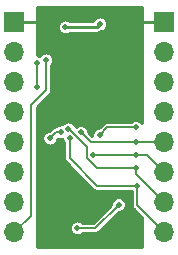
<source format=gbr>
%TF.GenerationSoftware,KiCad,Pcbnew,(5.1.6)-1*%
%TF.CreationDate,2020-10-19T07:42:52-05:00*%
%TF.ProjectId,ice30lp384_dev_board,69636533-306c-4703-9338-345f6465765f,rev?*%
%TF.SameCoordinates,Original*%
%TF.FileFunction,Copper,L2,Bot*%
%TF.FilePolarity,Positive*%
%FSLAX46Y46*%
G04 Gerber Fmt 4.6, Leading zero omitted, Abs format (unit mm)*
G04 Created by KiCad (PCBNEW (5.1.6)-1) date 2020-10-19 07:42:52*
%MOMM*%
%LPD*%
G01*
G04 APERTURE LIST*
%TA.AperFunction,ComponentPad*%
%ADD10O,1.700000X1.700000*%
%TD*%
%TA.AperFunction,ComponentPad*%
%ADD11R,1.700000X1.700000*%
%TD*%
%TA.AperFunction,ViaPad*%
%ADD12C,0.508000*%
%TD*%
%TA.AperFunction,ViaPad*%
%ADD13C,0.635000*%
%TD*%
%TA.AperFunction,Conductor*%
%ADD14C,0.254000*%
%TD*%
%TA.AperFunction,Conductor*%
%ADD15C,0.152400*%
%TD*%
%TA.AperFunction,Conductor*%
%ADD16C,0.203200*%
%TD*%
G04 APERTURE END LIST*
D10*
%TO.P,J2,8*%
%TO.N,CDONE*%
X125349000Y-66675000D03*
%TO.P,J2,7*%
%TO.N,CRESET*%
X125349000Y-64135000D03*
%TO.P,J2,6*%
%TO.N,CS0*%
X125349000Y-61595000D03*
%TO.P,J2,5*%
%TO.N,MOSI*%
X125349000Y-59055000D03*
%TO.P,J2,4*%
%TO.N,MISO*%
X125349000Y-56515000D03*
%TO.P,J2,3*%
%TO.N,SCK*%
X125349000Y-53975000D03*
%TO.P,J2,2*%
%TO.N,+3V3*%
X125349000Y-51435000D03*
D11*
%TO.P,J2,1*%
%TO.N,GND*%
X125349000Y-48895000D03*
%TD*%
D10*
%TO.P,J1,8*%
%TO.N,Net-(J1-Pad8)*%
X112649000Y-66675000D03*
%TO.P,J1,7*%
%TO.N,Net-(J1-Pad7)*%
X112649000Y-64135000D03*
%TO.P,J1,6*%
%TO.N,Net-(J1-Pad6)*%
X112649000Y-61595000D03*
%TO.P,J1,5*%
%TO.N,Net-(J1-Pad5)*%
X112649000Y-59055000D03*
%TO.P,J1,4*%
%TO.N,Net-(J1-Pad4)*%
X112649000Y-56515000D03*
%TO.P,J1,3*%
%TO.N,Net-(J1-Pad3)*%
X112649000Y-53975000D03*
%TO.P,J1,2*%
%TO.N,+3V3*%
X112649000Y-51435000D03*
D11*
%TO.P,J1,1*%
%TO.N,GND*%
X112649000Y-48895000D03*
%TD*%
D12*
%TO.N,GND*%
X116840000Y-50673000D03*
X116967000Y-48514000D03*
X118237000Y-67564000D03*
X117729000Y-61849000D03*
D13*
X118534000Y-54570000D03*
X122174000Y-52197000D03*
D12*
%TO.N,+3V3*%
X117983000Y-66294000D03*
X121474000Y-64327000D03*
X116604500Y-58160124D03*
X115663765Y-58694436D03*
X114554000Y-52312000D03*
X114554000Y-54356000D03*
%TO.N,+2V5*%
X119888000Y-49022000D03*
X116967000Y-49276000D03*
%TO.N,Net-(J1-Pad8)*%
X115316000Y-52070000D03*
%TO.N,CDONE*%
X123063000Y-62738000D03*
X117348008Y-58674000D03*
%TO.N,CRESET*%
X122936000Y-61214000D03*
X117221000Y-57912000D03*
%TO.N,CS0*%
X122920747Y-60091326D03*
X119284000Y-60102000D03*
%TO.N,MOSI*%
X122936000Y-59054992D03*
X118275990Y-58202495D03*
%TO.N,SCK*%
X122936000Y-57785000D03*
X119889988Y-58420000D03*
%TD*%
D14*
%TO.N,GND*%
X112649000Y-48895000D02*
X114681000Y-48895000D01*
X125349000Y-48895000D02*
X123063000Y-48895000D01*
D15*
%TO.N,+3V3*%
X119507000Y-66294000D02*
X121474000Y-64327000D01*
X117983000Y-66294000D02*
X119507000Y-66294000D01*
D16*
X116604500Y-58160124D02*
X116198077Y-58160124D01*
X116198077Y-58160124D02*
X115663765Y-58694436D01*
X114554000Y-52312000D02*
X114554000Y-54356000D01*
D14*
%TO.N,+2V5*%
X119888000Y-49022000D02*
X119634000Y-49276000D01*
X119634000Y-49276000D02*
X116967000Y-49276000D01*
D16*
%TO.N,Net-(J1-Pad8)*%
X112649000Y-66675000D02*
X114046000Y-65278000D01*
X114046000Y-65278000D02*
X114046000Y-55880000D01*
X114046000Y-55880000D02*
X115316000Y-54610000D01*
X115316000Y-54610000D02*
X115316000Y-52070000D01*
D15*
%TO.N,CDONE*%
X125349000Y-66675000D02*
X123063000Y-64389000D01*
X123063000Y-64389000D02*
X123063000Y-62738000D01*
X117348008Y-60404242D02*
X117348008Y-58674000D01*
X119681766Y-62738000D02*
X117348008Y-60404242D01*
X123063000Y-62738000D02*
X119681766Y-62738000D01*
%TO.N,CRESET*%
X125349000Y-64135000D02*
X122936000Y-61722000D01*
X122936000Y-61722000D02*
X122936000Y-61214000D01*
X119681750Y-61214000D02*
X122936000Y-61214000D01*
X118801399Y-60333649D02*
X119681750Y-61214000D01*
X118801399Y-59413141D02*
X118801399Y-60333649D01*
X117300258Y-57912000D02*
X118801399Y-59413141D01*
X117221000Y-57912000D02*
X117300258Y-57912000D01*
D16*
%TO.N,CS0*%
X125349000Y-60960000D02*
X125349000Y-61595000D01*
D15*
X125349000Y-61595000D02*
X123845326Y-60091326D01*
X123845326Y-60091326D02*
X122920747Y-60091326D01*
X122920747Y-60091326D02*
X119294674Y-60091326D01*
X119294674Y-60091326D02*
X119284000Y-60102000D01*
D16*
%TO.N,MOSI*%
X125349000Y-58928000D02*
X125349000Y-59055000D01*
D15*
X125349000Y-59055000D02*
X122936008Y-59055000D01*
X122936008Y-59055000D02*
X122936000Y-59054992D01*
X122936000Y-59054992D02*
X119128487Y-59054992D01*
X119128487Y-59054992D02*
X118275990Y-58202495D01*
%TO.N,SCK*%
X120524988Y-57785000D02*
X119889988Y-58420000D01*
X122936000Y-57785000D02*
X120524988Y-57785000D01*
%TD*%
D14*
%TO.N,GND*%
G36*
X123444000Y-57402307D02*
G01*
X123429236Y-57380211D01*
X123340789Y-57291764D01*
X123236785Y-57222271D01*
X123121223Y-57174403D01*
X122998542Y-57150000D01*
X122873458Y-57150000D01*
X122750777Y-57174403D01*
X122635215Y-57222271D01*
X122531211Y-57291764D01*
X122495175Y-57327800D01*
X120547438Y-57327800D01*
X120524988Y-57325589D01*
X120502538Y-57327800D01*
X120502528Y-57327800D01*
X120435361Y-57334415D01*
X120369237Y-57354474D01*
X120349178Y-57360559D01*
X120269752Y-57403013D01*
X120217580Y-57445829D01*
X120217574Y-57445835D01*
X120200135Y-57460147D01*
X120185822Y-57477587D01*
X119878410Y-57785000D01*
X119827446Y-57785000D01*
X119704765Y-57809403D01*
X119589203Y-57857271D01*
X119485199Y-57926764D01*
X119396752Y-58015211D01*
X119327259Y-58119215D01*
X119279391Y-58234777D01*
X119254988Y-58357458D01*
X119254988Y-58482542D01*
X119267993Y-58547920D01*
X118910990Y-58190918D01*
X118910990Y-58139953D01*
X118886587Y-58017272D01*
X118838719Y-57901710D01*
X118769226Y-57797706D01*
X118680779Y-57709259D01*
X118576775Y-57639766D01*
X118461213Y-57591898D01*
X118338532Y-57567495D01*
X118213448Y-57567495D01*
X118090767Y-57591898D01*
X117975205Y-57639766D01*
X117871201Y-57709259D01*
X117835261Y-57745199D01*
X117831597Y-57726777D01*
X117783729Y-57611215D01*
X117714236Y-57507211D01*
X117625789Y-57418764D01*
X117521785Y-57349271D01*
X117406223Y-57301403D01*
X117283542Y-57277000D01*
X117158458Y-57277000D01*
X117035777Y-57301403D01*
X116920215Y-57349271D01*
X116816211Y-57418764D01*
X116727764Y-57507211D01*
X116710075Y-57533684D01*
X116667042Y-57525124D01*
X116541958Y-57525124D01*
X116419277Y-57549527D01*
X116303715Y-57597395D01*
X116199711Y-57666888D01*
X116190682Y-57675917D01*
X116174371Y-57677524D01*
X116174370Y-57677524D01*
X116103471Y-57684507D01*
X116012500Y-57712102D01*
X115928662Y-57756915D01*
X115855176Y-57817223D01*
X115840060Y-57835642D01*
X115616266Y-58059436D01*
X115601223Y-58059436D01*
X115478542Y-58083839D01*
X115362980Y-58131707D01*
X115258976Y-58201200D01*
X115170529Y-58289647D01*
X115101036Y-58393651D01*
X115053168Y-58509213D01*
X115028765Y-58631894D01*
X115028765Y-58756978D01*
X115053168Y-58879659D01*
X115101036Y-58995221D01*
X115170529Y-59099225D01*
X115258976Y-59187672D01*
X115362980Y-59257165D01*
X115478542Y-59305033D01*
X115601223Y-59329436D01*
X115726307Y-59329436D01*
X115848988Y-59305033D01*
X115964550Y-59257165D01*
X116068554Y-59187672D01*
X116157001Y-59099225D01*
X116226494Y-58995221D01*
X116274362Y-58879659D01*
X116298765Y-58756978D01*
X116298765Y-58741935D01*
X116313708Y-58726992D01*
X116419277Y-58770721D01*
X116541958Y-58795124D01*
X116667042Y-58795124D01*
X116722468Y-58784099D01*
X116737411Y-58859223D01*
X116785279Y-58974785D01*
X116854772Y-59078789D01*
X116890809Y-59114826D01*
X116890808Y-60381792D01*
X116888597Y-60404242D01*
X116890808Y-60426692D01*
X116890808Y-60426701D01*
X116897423Y-60493868D01*
X116923567Y-60580050D01*
X116966021Y-60659477D01*
X117023155Y-60729095D01*
X117040605Y-60743416D01*
X119342596Y-63045408D01*
X119356913Y-63062853D01*
X119374358Y-63077170D01*
X119426529Y-63119987D01*
X119468983Y-63142678D01*
X119505957Y-63162441D01*
X119592139Y-63188585D01*
X119659306Y-63195200D01*
X119659315Y-63195200D01*
X119681765Y-63197411D01*
X119704215Y-63195200D01*
X122605801Y-63195200D01*
X122605800Y-64366550D01*
X122603589Y-64389000D01*
X122605800Y-64411450D01*
X122605800Y-64411459D01*
X122612415Y-64478626D01*
X122638559Y-64564808D01*
X122681013Y-64644235D01*
X122738147Y-64713853D01*
X122755597Y-64728174D01*
X123444000Y-65416577D01*
X123444000Y-67945000D01*
X114554000Y-67945000D01*
X114554000Y-66231458D01*
X117348000Y-66231458D01*
X117348000Y-66356542D01*
X117372403Y-66479223D01*
X117420271Y-66594785D01*
X117489764Y-66698789D01*
X117578211Y-66787236D01*
X117682215Y-66856729D01*
X117797777Y-66904597D01*
X117920458Y-66929000D01*
X118045542Y-66929000D01*
X118168223Y-66904597D01*
X118283785Y-66856729D01*
X118387789Y-66787236D01*
X118423825Y-66751200D01*
X119484550Y-66751200D01*
X119507000Y-66753411D01*
X119529450Y-66751200D01*
X119529460Y-66751200D01*
X119596627Y-66744585D01*
X119682809Y-66718441D01*
X119762236Y-66675987D01*
X119831853Y-66618853D01*
X119846174Y-66601403D01*
X121485578Y-64962000D01*
X121536542Y-64962000D01*
X121659223Y-64937597D01*
X121774785Y-64889729D01*
X121878789Y-64820236D01*
X121967236Y-64731789D01*
X122036729Y-64627785D01*
X122084597Y-64512223D01*
X122109000Y-64389542D01*
X122109000Y-64264458D01*
X122084597Y-64141777D01*
X122036729Y-64026215D01*
X121967236Y-63922211D01*
X121878789Y-63833764D01*
X121774785Y-63764271D01*
X121659223Y-63716403D01*
X121536542Y-63692000D01*
X121411458Y-63692000D01*
X121288777Y-63716403D01*
X121173215Y-63764271D01*
X121069211Y-63833764D01*
X120980764Y-63922211D01*
X120911271Y-64026215D01*
X120863403Y-64141777D01*
X120839000Y-64264458D01*
X120839000Y-64315422D01*
X119317623Y-65836800D01*
X118423825Y-65836800D01*
X118387789Y-65800764D01*
X118283785Y-65731271D01*
X118168223Y-65683403D01*
X118045542Y-65659000D01*
X117920458Y-65659000D01*
X117797777Y-65683403D01*
X117682215Y-65731271D01*
X117578211Y-65800764D01*
X117489764Y-65889211D01*
X117420271Y-65993215D01*
X117372403Y-66108777D01*
X117348000Y-66231458D01*
X114554000Y-66231458D01*
X114554000Y-56054499D01*
X115640482Y-54968017D01*
X115658901Y-54952901D01*
X115719209Y-54879415D01*
X115764022Y-54795577D01*
X115791617Y-54704606D01*
X115798600Y-54633707D01*
X115798600Y-54633706D01*
X115800935Y-54610001D01*
X115798600Y-54586296D01*
X115798600Y-52485425D01*
X115809236Y-52474789D01*
X115878729Y-52370785D01*
X115926597Y-52255223D01*
X115951000Y-52132542D01*
X115951000Y-52007458D01*
X115926597Y-51884777D01*
X115878729Y-51769215D01*
X115809236Y-51665211D01*
X115720789Y-51576764D01*
X115616785Y-51507271D01*
X115501223Y-51459403D01*
X115378542Y-51435000D01*
X115253458Y-51435000D01*
X115130777Y-51459403D01*
X115015215Y-51507271D01*
X114911211Y-51576764D01*
X114822764Y-51665211D01*
X114785714Y-51720660D01*
X114739223Y-51701403D01*
X114616542Y-51677000D01*
X114554000Y-51677000D01*
X114554000Y-49213458D01*
X116332000Y-49213458D01*
X116332000Y-49338542D01*
X116356403Y-49461223D01*
X116404271Y-49576785D01*
X116473764Y-49680789D01*
X116562211Y-49769236D01*
X116666215Y-49838729D01*
X116781777Y-49886597D01*
X116904458Y-49911000D01*
X117029542Y-49911000D01*
X117152223Y-49886597D01*
X117267785Y-49838729D01*
X117349693Y-49784000D01*
X119609056Y-49784000D01*
X119634000Y-49786457D01*
X119658944Y-49784000D01*
X119658947Y-49784000D01*
X119733585Y-49776649D01*
X119829343Y-49747601D01*
X119917595Y-49700429D01*
X119976904Y-49651756D01*
X120073223Y-49632597D01*
X120188785Y-49584729D01*
X120292789Y-49515236D01*
X120381236Y-49426789D01*
X120450729Y-49322785D01*
X120498597Y-49207223D01*
X120523000Y-49084542D01*
X120523000Y-48959458D01*
X120498597Y-48836777D01*
X120450729Y-48721215D01*
X120381236Y-48617211D01*
X120292789Y-48528764D01*
X120188785Y-48459271D01*
X120073223Y-48411403D01*
X119950542Y-48387000D01*
X119825458Y-48387000D01*
X119702777Y-48411403D01*
X119587215Y-48459271D01*
X119483211Y-48528764D01*
X119394764Y-48617211D01*
X119325271Y-48721215D01*
X119305892Y-48768000D01*
X117349693Y-48768000D01*
X117267785Y-48713271D01*
X117152223Y-48665403D01*
X117029542Y-48641000D01*
X116904458Y-48641000D01*
X116781777Y-48665403D01*
X116666215Y-48713271D01*
X116562211Y-48782764D01*
X116473764Y-48871211D01*
X116404271Y-48975215D01*
X116356403Y-49090777D01*
X116332000Y-49213458D01*
X114554000Y-49213458D01*
X114554000Y-47625000D01*
X123444000Y-47625000D01*
X123444000Y-57402307D01*
G37*
X123444000Y-57402307D02*
X123429236Y-57380211D01*
X123340789Y-57291764D01*
X123236785Y-57222271D01*
X123121223Y-57174403D01*
X122998542Y-57150000D01*
X122873458Y-57150000D01*
X122750777Y-57174403D01*
X122635215Y-57222271D01*
X122531211Y-57291764D01*
X122495175Y-57327800D01*
X120547438Y-57327800D01*
X120524988Y-57325589D01*
X120502538Y-57327800D01*
X120502528Y-57327800D01*
X120435361Y-57334415D01*
X120369237Y-57354474D01*
X120349178Y-57360559D01*
X120269752Y-57403013D01*
X120217580Y-57445829D01*
X120217574Y-57445835D01*
X120200135Y-57460147D01*
X120185822Y-57477587D01*
X119878410Y-57785000D01*
X119827446Y-57785000D01*
X119704765Y-57809403D01*
X119589203Y-57857271D01*
X119485199Y-57926764D01*
X119396752Y-58015211D01*
X119327259Y-58119215D01*
X119279391Y-58234777D01*
X119254988Y-58357458D01*
X119254988Y-58482542D01*
X119267993Y-58547920D01*
X118910990Y-58190918D01*
X118910990Y-58139953D01*
X118886587Y-58017272D01*
X118838719Y-57901710D01*
X118769226Y-57797706D01*
X118680779Y-57709259D01*
X118576775Y-57639766D01*
X118461213Y-57591898D01*
X118338532Y-57567495D01*
X118213448Y-57567495D01*
X118090767Y-57591898D01*
X117975205Y-57639766D01*
X117871201Y-57709259D01*
X117835261Y-57745199D01*
X117831597Y-57726777D01*
X117783729Y-57611215D01*
X117714236Y-57507211D01*
X117625789Y-57418764D01*
X117521785Y-57349271D01*
X117406223Y-57301403D01*
X117283542Y-57277000D01*
X117158458Y-57277000D01*
X117035777Y-57301403D01*
X116920215Y-57349271D01*
X116816211Y-57418764D01*
X116727764Y-57507211D01*
X116710075Y-57533684D01*
X116667042Y-57525124D01*
X116541958Y-57525124D01*
X116419277Y-57549527D01*
X116303715Y-57597395D01*
X116199711Y-57666888D01*
X116190682Y-57675917D01*
X116174371Y-57677524D01*
X116174370Y-57677524D01*
X116103471Y-57684507D01*
X116012500Y-57712102D01*
X115928662Y-57756915D01*
X115855176Y-57817223D01*
X115840060Y-57835642D01*
X115616266Y-58059436D01*
X115601223Y-58059436D01*
X115478542Y-58083839D01*
X115362980Y-58131707D01*
X115258976Y-58201200D01*
X115170529Y-58289647D01*
X115101036Y-58393651D01*
X115053168Y-58509213D01*
X115028765Y-58631894D01*
X115028765Y-58756978D01*
X115053168Y-58879659D01*
X115101036Y-58995221D01*
X115170529Y-59099225D01*
X115258976Y-59187672D01*
X115362980Y-59257165D01*
X115478542Y-59305033D01*
X115601223Y-59329436D01*
X115726307Y-59329436D01*
X115848988Y-59305033D01*
X115964550Y-59257165D01*
X116068554Y-59187672D01*
X116157001Y-59099225D01*
X116226494Y-58995221D01*
X116274362Y-58879659D01*
X116298765Y-58756978D01*
X116298765Y-58741935D01*
X116313708Y-58726992D01*
X116419277Y-58770721D01*
X116541958Y-58795124D01*
X116667042Y-58795124D01*
X116722468Y-58784099D01*
X116737411Y-58859223D01*
X116785279Y-58974785D01*
X116854772Y-59078789D01*
X116890809Y-59114826D01*
X116890808Y-60381792D01*
X116888597Y-60404242D01*
X116890808Y-60426692D01*
X116890808Y-60426701D01*
X116897423Y-60493868D01*
X116923567Y-60580050D01*
X116966021Y-60659477D01*
X117023155Y-60729095D01*
X117040605Y-60743416D01*
X119342596Y-63045408D01*
X119356913Y-63062853D01*
X119374358Y-63077170D01*
X119426529Y-63119987D01*
X119468983Y-63142678D01*
X119505957Y-63162441D01*
X119592139Y-63188585D01*
X119659306Y-63195200D01*
X119659315Y-63195200D01*
X119681765Y-63197411D01*
X119704215Y-63195200D01*
X122605801Y-63195200D01*
X122605800Y-64366550D01*
X122603589Y-64389000D01*
X122605800Y-64411450D01*
X122605800Y-64411459D01*
X122612415Y-64478626D01*
X122638559Y-64564808D01*
X122681013Y-64644235D01*
X122738147Y-64713853D01*
X122755597Y-64728174D01*
X123444000Y-65416577D01*
X123444000Y-67945000D01*
X114554000Y-67945000D01*
X114554000Y-66231458D01*
X117348000Y-66231458D01*
X117348000Y-66356542D01*
X117372403Y-66479223D01*
X117420271Y-66594785D01*
X117489764Y-66698789D01*
X117578211Y-66787236D01*
X117682215Y-66856729D01*
X117797777Y-66904597D01*
X117920458Y-66929000D01*
X118045542Y-66929000D01*
X118168223Y-66904597D01*
X118283785Y-66856729D01*
X118387789Y-66787236D01*
X118423825Y-66751200D01*
X119484550Y-66751200D01*
X119507000Y-66753411D01*
X119529450Y-66751200D01*
X119529460Y-66751200D01*
X119596627Y-66744585D01*
X119682809Y-66718441D01*
X119762236Y-66675987D01*
X119831853Y-66618853D01*
X119846174Y-66601403D01*
X121485578Y-64962000D01*
X121536542Y-64962000D01*
X121659223Y-64937597D01*
X121774785Y-64889729D01*
X121878789Y-64820236D01*
X121967236Y-64731789D01*
X122036729Y-64627785D01*
X122084597Y-64512223D01*
X122109000Y-64389542D01*
X122109000Y-64264458D01*
X122084597Y-64141777D01*
X122036729Y-64026215D01*
X121967236Y-63922211D01*
X121878789Y-63833764D01*
X121774785Y-63764271D01*
X121659223Y-63716403D01*
X121536542Y-63692000D01*
X121411458Y-63692000D01*
X121288777Y-63716403D01*
X121173215Y-63764271D01*
X121069211Y-63833764D01*
X120980764Y-63922211D01*
X120911271Y-64026215D01*
X120863403Y-64141777D01*
X120839000Y-64264458D01*
X120839000Y-64315422D01*
X119317623Y-65836800D01*
X118423825Y-65836800D01*
X118387789Y-65800764D01*
X118283785Y-65731271D01*
X118168223Y-65683403D01*
X118045542Y-65659000D01*
X117920458Y-65659000D01*
X117797777Y-65683403D01*
X117682215Y-65731271D01*
X117578211Y-65800764D01*
X117489764Y-65889211D01*
X117420271Y-65993215D01*
X117372403Y-66108777D01*
X117348000Y-66231458D01*
X114554000Y-66231458D01*
X114554000Y-56054499D01*
X115640482Y-54968017D01*
X115658901Y-54952901D01*
X115719209Y-54879415D01*
X115764022Y-54795577D01*
X115791617Y-54704606D01*
X115798600Y-54633707D01*
X115798600Y-54633706D01*
X115800935Y-54610001D01*
X115798600Y-54586296D01*
X115798600Y-52485425D01*
X115809236Y-52474789D01*
X115878729Y-52370785D01*
X115926597Y-52255223D01*
X115951000Y-52132542D01*
X115951000Y-52007458D01*
X115926597Y-51884777D01*
X115878729Y-51769215D01*
X115809236Y-51665211D01*
X115720789Y-51576764D01*
X115616785Y-51507271D01*
X115501223Y-51459403D01*
X115378542Y-51435000D01*
X115253458Y-51435000D01*
X115130777Y-51459403D01*
X115015215Y-51507271D01*
X114911211Y-51576764D01*
X114822764Y-51665211D01*
X114785714Y-51720660D01*
X114739223Y-51701403D01*
X114616542Y-51677000D01*
X114554000Y-51677000D01*
X114554000Y-49213458D01*
X116332000Y-49213458D01*
X116332000Y-49338542D01*
X116356403Y-49461223D01*
X116404271Y-49576785D01*
X116473764Y-49680789D01*
X116562211Y-49769236D01*
X116666215Y-49838729D01*
X116781777Y-49886597D01*
X116904458Y-49911000D01*
X117029542Y-49911000D01*
X117152223Y-49886597D01*
X117267785Y-49838729D01*
X117349693Y-49784000D01*
X119609056Y-49784000D01*
X119634000Y-49786457D01*
X119658944Y-49784000D01*
X119658947Y-49784000D01*
X119733585Y-49776649D01*
X119829343Y-49747601D01*
X119917595Y-49700429D01*
X119976904Y-49651756D01*
X120073223Y-49632597D01*
X120188785Y-49584729D01*
X120292789Y-49515236D01*
X120381236Y-49426789D01*
X120450729Y-49322785D01*
X120498597Y-49207223D01*
X120523000Y-49084542D01*
X120523000Y-48959458D01*
X120498597Y-48836777D01*
X120450729Y-48721215D01*
X120381236Y-48617211D01*
X120292789Y-48528764D01*
X120188785Y-48459271D01*
X120073223Y-48411403D01*
X119950542Y-48387000D01*
X119825458Y-48387000D01*
X119702777Y-48411403D01*
X119587215Y-48459271D01*
X119483211Y-48528764D01*
X119394764Y-48617211D01*
X119325271Y-48721215D01*
X119305892Y-48768000D01*
X117349693Y-48768000D01*
X117267785Y-48713271D01*
X117152223Y-48665403D01*
X117029542Y-48641000D01*
X116904458Y-48641000D01*
X116781777Y-48665403D01*
X116666215Y-48713271D01*
X116562211Y-48782764D01*
X116473764Y-48871211D01*
X116404271Y-48975215D01*
X116356403Y-49090777D01*
X116332000Y-49213458D01*
X114554000Y-49213458D01*
X114554000Y-47625000D01*
X123444000Y-47625000D01*
X123444000Y-57402307D01*
%TD*%
M02*

</source>
